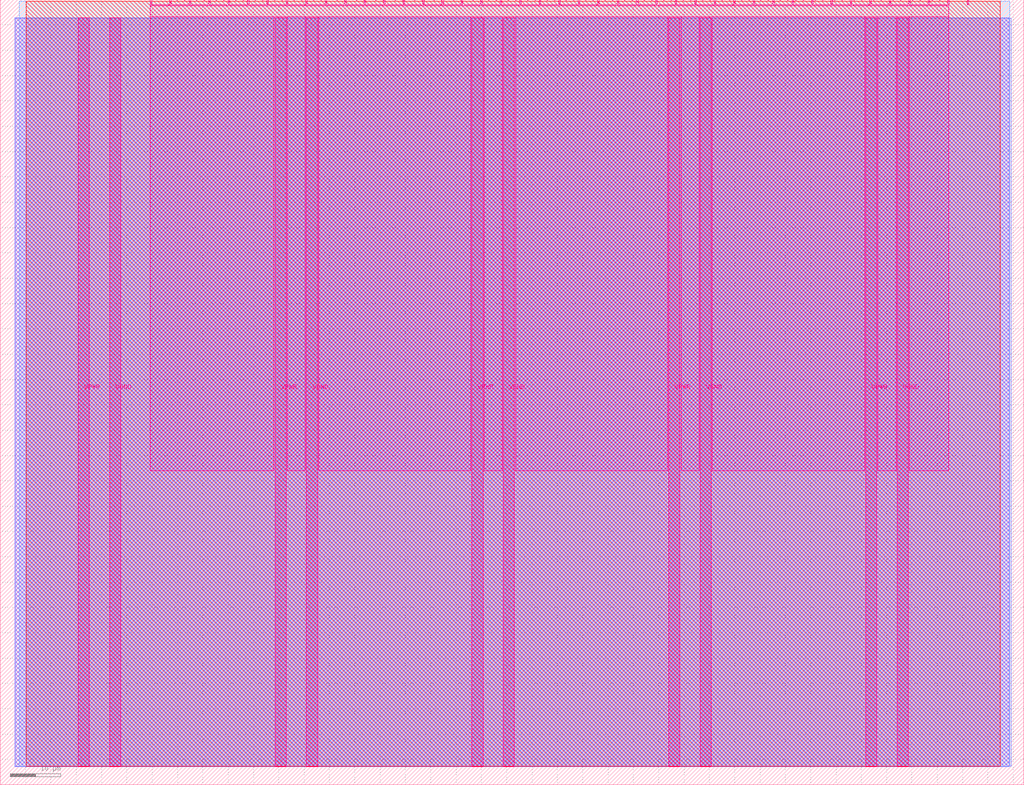
<source format=lef>
VERSION 5.7 ;
  NOWIREEXTENSIONATPIN ON ;
  DIVIDERCHAR "/" ;
  BUSBITCHARS "[]" ;
MACRO tt_um_top
  CLASS BLOCK ;
  FOREIGN tt_um_top ;
  ORIGIN 0.000 0.000 ;
  SIZE 202.080 BY 154.980 ;
  PIN VGND
    DIRECTION INOUT ;
    USE GROUND ;
    PORT
      LAYER Metal5 ;
        RECT 21.580 3.560 23.780 151.420 ;
    END
    PORT
      LAYER Metal5 ;
        RECT 60.450 3.560 62.650 151.420 ;
    END
    PORT
      LAYER Metal5 ;
        RECT 99.320 3.560 101.520 151.420 ;
    END
    PORT
      LAYER Metal5 ;
        RECT 138.190 3.560 140.390 151.420 ;
    END
    PORT
      LAYER Metal5 ;
        RECT 177.060 3.560 179.260 151.420 ;
    END
  END VGND
  PIN VPWR
    DIRECTION INOUT ;
    USE POWER ;
    PORT
      LAYER Metal5 ;
        RECT 15.380 3.560 17.580 151.420 ;
    END
    PORT
      LAYER Metal5 ;
        RECT 54.250 3.560 56.450 151.420 ;
    END
    PORT
      LAYER Metal5 ;
        RECT 93.120 3.560 95.320 151.420 ;
    END
    PORT
      LAYER Metal5 ;
        RECT 131.990 3.560 134.190 151.420 ;
    END
    PORT
      LAYER Metal5 ;
        RECT 170.860 3.560 173.060 151.420 ;
    END
  END VPWR
  PIN clk
    DIRECTION INPUT ;
    USE SIGNAL ;
    ANTENNAGATEAREA 0.213200 ;
    PORT
      LAYER Metal5 ;
        RECT 187.050 153.980 187.350 154.980 ;
    END
  END clk
  PIN ena
    DIRECTION INPUT ;
    USE SIGNAL ;
    PORT
      LAYER Metal5 ;
        RECT 190.890 153.980 191.190 154.980 ;
    END
  END ena
  PIN rst_n
    DIRECTION INPUT ;
    USE SIGNAL ;
    ANTENNAGATEAREA 0.527800 ;
    PORT
      LAYER Metal5 ;
        RECT 183.210 153.980 183.510 154.980 ;
    END
  END rst_n
  PIN ui_in[0]
    DIRECTION INPUT ;
    USE SIGNAL ;
    PORT
      LAYER Metal5 ;
        RECT 179.370 153.980 179.670 154.980 ;
    END
  END ui_in[0]
  PIN ui_in[1]
    DIRECTION INPUT ;
    USE SIGNAL ;
    PORT
      LAYER Metal5 ;
        RECT 175.530 153.980 175.830 154.980 ;
    END
  END ui_in[1]
  PIN ui_in[2]
    DIRECTION INPUT ;
    USE SIGNAL ;
    PORT
      LAYER Metal5 ;
        RECT 171.690 153.980 171.990 154.980 ;
    END
  END ui_in[2]
  PIN ui_in[3]
    DIRECTION INPUT ;
    USE SIGNAL ;
    PORT
      LAYER Metal5 ;
        RECT 167.850 153.980 168.150 154.980 ;
    END
  END ui_in[3]
  PIN ui_in[4]
    DIRECTION INPUT ;
    USE SIGNAL ;
    PORT
      LAYER Metal5 ;
        RECT 164.010 153.980 164.310 154.980 ;
    END
  END ui_in[4]
  PIN ui_in[5]
    DIRECTION INPUT ;
    USE SIGNAL ;
    PORT
      LAYER Metal5 ;
        RECT 160.170 153.980 160.470 154.980 ;
    END
  END ui_in[5]
  PIN ui_in[6]
    DIRECTION INPUT ;
    USE SIGNAL ;
    PORT
      LAYER Metal5 ;
        RECT 156.330 153.980 156.630 154.980 ;
    END
  END ui_in[6]
  PIN ui_in[7]
    DIRECTION INPUT ;
    USE SIGNAL ;
    PORT
      LAYER Metal5 ;
        RECT 152.490 153.980 152.790 154.980 ;
    END
  END ui_in[7]
  PIN uio_in[0]
    DIRECTION INPUT ;
    USE SIGNAL ;
    PORT
      LAYER Metal5 ;
        RECT 148.650 153.980 148.950 154.980 ;
    END
  END uio_in[0]
  PIN uio_in[1]
    DIRECTION INPUT ;
    USE SIGNAL ;
    PORT
      LAYER Metal5 ;
        RECT 144.810 153.980 145.110 154.980 ;
    END
  END uio_in[1]
  PIN uio_in[2]
    DIRECTION INPUT ;
    USE SIGNAL ;
    PORT
      LAYER Metal5 ;
        RECT 140.970 153.980 141.270 154.980 ;
    END
  END uio_in[2]
  PIN uio_in[3]
    DIRECTION INPUT ;
    USE SIGNAL ;
    PORT
      LAYER Metal5 ;
        RECT 137.130 153.980 137.430 154.980 ;
    END
  END uio_in[3]
  PIN uio_in[4]
    DIRECTION INPUT ;
    USE SIGNAL ;
    PORT
      LAYER Metal5 ;
        RECT 133.290 153.980 133.590 154.980 ;
    END
  END uio_in[4]
  PIN uio_in[5]
    DIRECTION INPUT ;
    USE SIGNAL ;
    PORT
      LAYER Metal5 ;
        RECT 129.450 153.980 129.750 154.980 ;
    END
  END uio_in[5]
  PIN uio_in[6]
    DIRECTION INPUT ;
    USE SIGNAL ;
    PORT
      LAYER Metal5 ;
        RECT 125.610 153.980 125.910 154.980 ;
    END
  END uio_in[6]
  PIN uio_in[7]
    DIRECTION INPUT ;
    USE SIGNAL ;
    PORT
      LAYER Metal5 ;
        RECT 121.770 153.980 122.070 154.980 ;
    END
  END uio_in[7]
  PIN uio_oe[0]
    DIRECTION OUTPUT ;
    USE SIGNAL ;
    ANTENNADIFFAREA 0.299200 ;
    PORT
      LAYER Metal5 ;
        RECT 56.490 153.980 56.790 154.980 ;
    END
  END uio_oe[0]
  PIN uio_oe[1]
    DIRECTION OUTPUT ;
    USE SIGNAL ;
    ANTENNADIFFAREA 0.299200 ;
    PORT
      LAYER Metal5 ;
        RECT 52.650 153.980 52.950 154.980 ;
    END
  END uio_oe[1]
  PIN uio_oe[2]
    DIRECTION OUTPUT ;
    USE SIGNAL ;
    ANTENNADIFFAREA 0.299200 ;
    PORT
      LAYER Metal5 ;
        RECT 48.810 153.980 49.110 154.980 ;
    END
  END uio_oe[2]
  PIN uio_oe[3]
    DIRECTION OUTPUT ;
    USE SIGNAL ;
    ANTENNADIFFAREA 0.299200 ;
    PORT
      LAYER Metal5 ;
        RECT 44.970 153.980 45.270 154.980 ;
    END
  END uio_oe[3]
  PIN uio_oe[4]
    DIRECTION OUTPUT ;
    USE SIGNAL ;
    ANTENNADIFFAREA 0.299200 ;
    PORT
      LAYER Metal5 ;
        RECT 41.130 153.980 41.430 154.980 ;
    END
  END uio_oe[4]
  PIN uio_oe[5]
    DIRECTION OUTPUT ;
    USE SIGNAL ;
    ANTENNADIFFAREA 0.299200 ;
    PORT
      LAYER Metal5 ;
        RECT 37.290 153.980 37.590 154.980 ;
    END
  END uio_oe[5]
  PIN uio_oe[6]
    DIRECTION OUTPUT ;
    USE SIGNAL ;
    ANTENNADIFFAREA 0.299200 ;
    PORT
      LAYER Metal5 ;
        RECT 33.450 153.980 33.750 154.980 ;
    END
  END uio_oe[6]
  PIN uio_oe[7]
    DIRECTION OUTPUT ;
    USE SIGNAL ;
    ANTENNADIFFAREA 0.392700 ;
    PORT
      LAYER Metal5 ;
        RECT 29.610 153.980 29.910 154.980 ;
    END
  END uio_oe[7]
  PIN uio_out[0]
    DIRECTION OUTPUT ;
    USE SIGNAL ;
    ANTENNADIFFAREA 0.299200 ;
    PORT
      LAYER Metal5 ;
        RECT 87.210 153.980 87.510 154.980 ;
    END
  END uio_out[0]
  PIN uio_out[1]
    DIRECTION OUTPUT ;
    USE SIGNAL ;
    ANTENNADIFFAREA 0.299200 ;
    PORT
      LAYER Metal5 ;
        RECT 83.370 153.980 83.670 154.980 ;
    END
  END uio_out[1]
  PIN uio_out[2]
    DIRECTION OUTPUT ;
    USE SIGNAL ;
    ANTENNADIFFAREA 0.299200 ;
    PORT
      LAYER Metal5 ;
        RECT 79.530 153.980 79.830 154.980 ;
    END
  END uio_out[2]
  PIN uio_out[3]
    DIRECTION OUTPUT ;
    USE SIGNAL ;
    ANTENNADIFFAREA 0.299200 ;
    PORT
      LAYER Metal5 ;
        RECT 75.690 153.980 75.990 154.980 ;
    END
  END uio_out[3]
  PIN uio_out[4]
    DIRECTION OUTPUT ;
    USE SIGNAL ;
    ANTENNADIFFAREA 0.299200 ;
    PORT
      LAYER Metal5 ;
        RECT 71.850 153.980 72.150 154.980 ;
    END
  END uio_out[4]
  PIN uio_out[5]
    DIRECTION OUTPUT ;
    USE SIGNAL ;
    ANTENNADIFFAREA 0.299200 ;
    PORT
      LAYER Metal5 ;
        RECT 68.010 153.980 68.310 154.980 ;
    END
  END uio_out[5]
  PIN uio_out[6]
    DIRECTION OUTPUT ;
    USE SIGNAL ;
    ANTENNADIFFAREA 0.299200 ;
    PORT
      LAYER Metal5 ;
        RECT 64.170 153.980 64.470 154.980 ;
    END
  END uio_out[6]
  PIN uio_out[7]
    DIRECTION OUTPUT ;
    USE SIGNAL ;
    ANTENNADIFFAREA 0.654800 ;
    PORT
      LAYER Metal5 ;
        RECT 60.330 153.980 60.630 154.980 ;
    END
  END uio_out[7]
  PIN uo_out[0]
    DIRECTION OUTPUT ;
    USE SIGNAL ;
    ANTENNADIFFAREA 0.662000 ;
    PORT
      LAYER Metal5 ;
        RECT 117.930 153.980 118.230 154.980 ;
    END
  END uo_out[0]
  PIN uo_out[1]
    DIRECTION OUTPUT ;
    USE SIGNAL ;
    ANTENNADIFFAREA 0.662000 ;
    PORT
      LAYER Metal5 ;
        RECT 114.090 153.980 114.390 154.980 ;
    END
  END uo_out[1]
  PIN uo_out[2]
    DIRECTION OUTPUT ;
    USE SIGNAL ;
    ANTENNADIFFAREA 0.662000 ;
    PORT
      LAYER Metal5 ;
        RECT 110.250 153.980 110.550 154.980 ;
    END
  END uo_out[2]
  PIN uo_out[3]
    DIRECTION OUTPUT ;
    USE SIGNAL ;
    ANTENNADIFFAREA 0.706800 ;
    PORT
      LAYER Metal5 ;
        RECT 106.410 153.980 106.710 154.980 ;
    END
  END uo_out[3]
  PIN uo_out[4]
    DIRECTION OUTPUT ;
    USE SIGNAL ;
    ANTENNADIFFAREA 0.662000 ;
    PORT
      LAYER Metal5 ;
        RECT 102.570 153.980 102.870 154.980 ;
    END
  END uo_out[4]
  PIN uo_out[5]
    DIRECTION OUTPUT ;
    USE SIGNAL ;
    ANTENNADIFFAREA 0.662000 ;
    PORT
      LAYER Metal5 ;
        RECT 98.730 153.980 99.030 154.980 ;
    END
  END uo_out[5]
  PIN uo_out[6]
    DIRECTION OUTPUT ;
    USE SIGNAL ;
    ANTENNADIFFAREA 0.662000 ;
    PORT
      LAYER Metal5 ;
        RECT 94.890 153.980 95.190 154.980 ;
    END
  END uo_out[6]
  PIN uo_out[7]
    DIRECTION OUTPUT ;
    USE SIGNAL ;
    ANTENNADIFFAREA 0.706800 ;
    PORT
      LAYER Metal5 ;
        RECT 91.050 153.980 91.350 154.980 ;
    END
  END uo_out[7]
  OBS
      LAYER GatPoly ;
        RECT 2.880 3.630 199.200 151.350 ;
      LAYER Metal1 ;
        RECT 2.880 3.560 199.200 151.420 ;
      LAYER Metal2 ;
        RECT 3.085 3.680 199.565 151.300 ;
      LAYER Metal3 ;
        RECT 3.740 3.635 199.300 154.705 ;
      LAYER Metal4 ;
        RECT 5.135 3.680 197.425 154.660 ;
      LAYER Metal5 ;
        RECT 30.120 153.770 33.240 153.980 ;
        RECT 33.960 153.770 37.080 153.980 ;
        RECT 37.800 153.770 40.920 153.980 ;
        RECT 41.640 153.770 44.760 153.980 ;
        RECT 45.480 153.770 48.600 153.980 ;
        RECT 49.320 153.770 52.440 153.980 ;
        RECT 53.160 153.770 56.280 153.980 ;
        RECT 57.000 153.770 60.120 153.980 ;
        RECT 60.840 153.770 63.960 153.980 ;
        RECT 64.680 153.770 67.800 153.980 ;
        RECT 68.520 153.770 71.640 153.980 ;
        RECT 72.360 153.770 75.480 153.980 ;
        RECT 76.200 153.770 79.320 153.980 ;
        RECT 80.040 153.770 83.160 153.980 ;
        RECT 83.880 153.770 87.000 153.980 ;
        RECT 87.720 153.770 90.840 153.980 ;
        RECT 91.560 153.770 94.680 153.980 ;
        RECT 95.400 153.770 98.520 153.980 ;
        RECT 99.240 153.770 102.360 153.980 ;
        RECT 103.080 153.770 106.200 153.980 ;
        RECT 106.920 153.770 110.040 153.980 ;
        RECT 110.760 153.770 113.880 153.980 ;
        RECT 114.600 153.770 117.720 153.980 ;
        RECT 118.440 153.770 121.560 153.980 ;
        RECT 122.280 153.770 125.400 153.980 ;
        RECT 126.120 153.770 129.240 153.980 ;
        RECT 129.960 153.770 133.080 153.980 ;
        RECT 133.800 153.770 136.920 153.980 ;
        RECT 137.640 153.770 140.760 153.980 ;
        RECT 141.480 153.770 144.600 153.980 ;
        RECT 145.320 153.770 148.440 153.980 ;
        RECT 149.160 153.770 152.280 153.980 ;
        RECT 153.000 153.770 156.120 153.980 ;
        RECT 156.840 153.770 159.960 153.980 ;
        RECT 160.680 153.770 163.800 153.980 ;
        RECT 164.520 153.770 167.640 153.980 ;
        RECT 168.360 153.770 171.480 153.980 ;
        RECT 172.200 153.770 175.320 153.980 ;
        RECT 176.040 153.770 179.160 153.980 ;
        RECT 179.880 153.770 183.000 153.980 ;
        RECT 183.720 153.770 186.840 153.980 ;
        RECT 29.660 151.630 187.300 153.770 ;
        RECT 29.660 62.015 54.040 151.630 ;
        RECT 56.660 62.015 60.240 151.630 ;
        RECT 62.860 62.015 92.910 151.630 ;
        RECT 95.530 62.015 99.110 151.630 ;
        RECT 101.730 62.015 131.780 151.630 ;
        RECT 134.400 62.015 137.980 151.630 ;
        RECT 140.600 62.015 170.650 151.630 ;
        RECT 173.270 62.015 176.850 151.630 ;
        RECT 179.470 62.015 187.300 151.630 ;
  END
END tt_um_top
END LIBRARY


</source>
